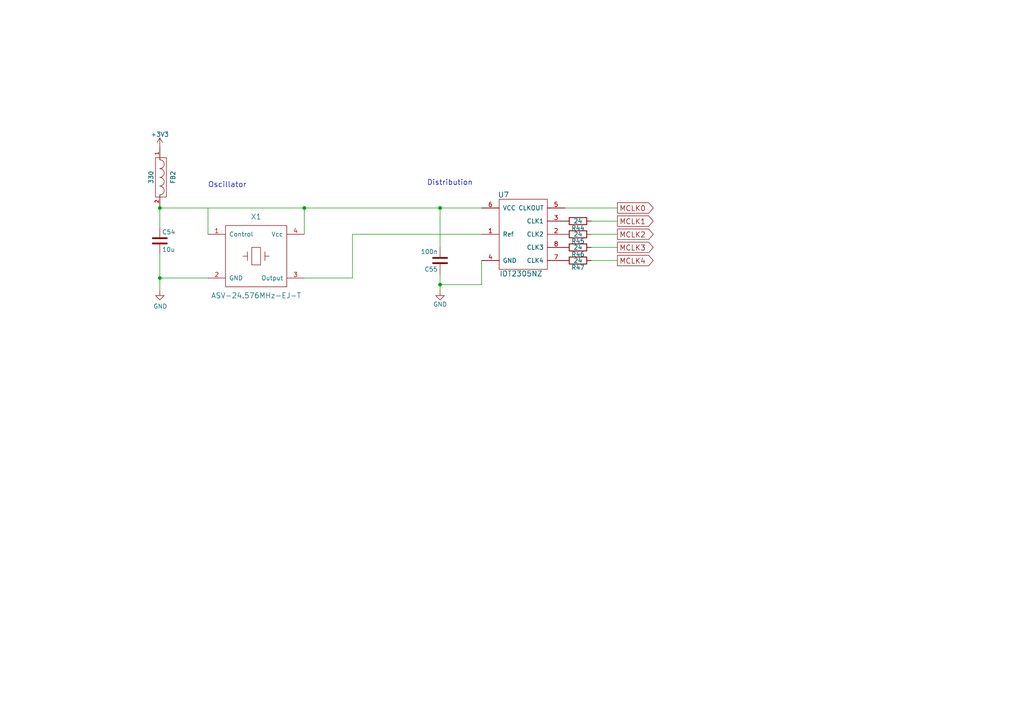
<source format=kicad_sch>
(kicad_sch (version 20211123) (generator eeschema)
  (paper "A4")
  (title_block (title "Clock ") (date "2017-06-16") (rev "1.1") (company "Christoph Schmidt") (comment 1 "Revision 1.1 - Michael Funk"))
  (lib_symbols
    (symbol "freeDSP_Classic_SMD-rescue:+3V3" (power) (pin_names (offset 0))
      (property "Value" "+3V3" (at 0 3.556 0))
      (symbol "+3V3_0_1"
        (polyline (pts (xy -0.762 1.27) (xy 0 2.54)))
        (polyline (pts (xy 0 0) (xy 0 2.54)))
        (polyline (pts (xy 0 2.54) (xy 0.762 1.27)))
      )
      (symbol "+3V3_1_1"
        (pin power_in line (at 0 0 90) (length 0) hide (name "+3V3") (number "1"))
      )
    )
    (symbol "freeDSP_Classic_SMD-rescue:C" (pin_numbers hide) (pin_names (offset 0.254))
      (property "Reference" "C" (at 0.635 2.54 0))
      (property "Value" "C" (at 0.635 -2.54 0))
      (symbol "C_0_1"
        (polyline (pts (xy -2.032 -0.762) (xy 2.032 -0.762)) (stroke (width 0.508)))
        (polyline (pts (xy -2.032 0.762) (xy 2.032 0.762)) (stroke (width 0.508)))
      )
      (symbol "C_1_1"
        (pin passive line (at 0 3.81 270) (length 2.794) (name "~") (number "1"))
        (pin passive line (at 0 -3.81 90) (length 2.794) (name "~") (number "2"))
      )
    )
    (symbol "freeDSP_Classic_SMD-rescue:Crystal_Oszillator" (pin_names (offset 1.016))
      (property "Reference" "X" (at 0 11.43 0))
      (property "Value" "Crystal_Oszillator" (at 0 -11.43 0))
      (symbol "Crystal_Oszillator_0_1"
        (rectangle (start -8.89 8.89) (end 8.89 -8.89))
        (rectangle (start -2.54 0) (end -3.81 0))
        (rectangle (start -2.54 1.27) (end -2.54 -1.27))
        (rectangle (start -1.27 2.54) (end 1.27 -2.54))
        (rectangle (start 2.54 0) (end 3.81 0))
        (rectangle (start 2.54 1.27) (end 2.54 -1.27))
      )
      (symbol "Crystal_Oszillator_1_1"
        (pin input line (at -13.97 6.35 0) (length 5.08) (name "Control") (number "1"))
        (pin input line (at -13.97 -6.35 0) (length 5.08) (name "GND") (number "2"))
        (pin output line (at 13.97 -6.35 180) (length 5.08) (name "Output") (number "3"))
        (pin input line (at 13.97 6.35 180) (length 5.08) (name "Vcc") (number "4"))
      )
    )
    (symbol "freeDSP_Classic_SMD-rescue:FILTER" (pin_names (offset 1.016) hide)
      (property "Reference" "FB" (at 0 3.81 0))
      (property "Value" "FILTER" (at 0 -2.54 0))
      (symbol "FILTER_0_1"
        (rectangle (start -5.715 1.905) (end 5.715 -1.27))
        (arc (start -2.54 0) (mid -3.81 1.27) (end -5.08 0))
        (arc (start 0 0) (mid -1.27 1.27) (end -2.54 0))
        (arc (start 0 0) (mid 0 0) (end 0 0))
        (arc (start 2.54 0) (mid 1.27 1.27) (end 0 0))
        (arc (start 5.08 0) (mid 3.81 1.27) (end 2.54 0))
      )
      (symbol "FILTER_1_1"
        (pin passive line (at -8.89 0 0) (length 3.81) (name "1") (number "1"))
        (pin passive line (at 8.89 0 180) (length 3.81) (name "2") (number "2"))
      )
    )
    (symbol "freeDSP_Classic_SMD-rescue:GND" (power) (pin_names (offset 0))
      (property "Value" "GND" (at 0 -3.81 0))
      (symbol "GND_0_1"
        (polyline (pts (xy 0 0) (xy 0 -1.27) (xy 1.27 -1.27) (xy 0 -2.54) (xy -1.27 -1.27) (xy 0 -1.27)))
      )
      (symbol "GND_1_1"
        (pin power_in line (at 0 0 270) (length 0) hide (name "GND") (number "1"))
      )
    )
    (symbol "freeDSP_Classic_SMD-rescue:IDT2305NZ" (pin_names (offset 1.016))
      (property "Reference" "U" (at -5.08 11.43 0))
      (property "Value" "IDT2305NZ" (at 0 -11.43 0))
      (symbol "IDT2305NZ_0_1"
        (rectangle (start -6.35 10.16) (end 7.62 -10.16))
      )
      (symbol "IDT2305NZ_1_1"
        (pin input line (at -11.43 0 0) (length 5.08) (name "Ref") (number "1"))
        (pin input line (at 12.7 0 180) (length 5.08) (name "CLK2") (number "2"))
        (pin input line (at 12.7 3.81 180) (length 5.08) (name "CLK1") (number "3"))
        (pin input line (at -11.43 -7.62 0) (length 5.08) (name "GND") (number "4"))
        (pin input line (at 12.7 7.62 180) (length 5.08) (name "CLKOUT") (number "5"))
        (pin input line (at -11.43 7.62 0) (length 5.08) (name "VCC") (number "6"))
        (pin input line (at 12.7 -7.62 180) (length 5.08) (name "CLK4") (number "7"))
        (pin input line (at 12.7 -3.81 180) (length 5.08) (name "CLK3") (number "8"))
      )
    )
    (symbol "freeDSP_Classic_SMD-rescue:R" (pin_numbers hide) (pin_names (offset 0))
      (property "Reference" "R" (at 2.032 0 90))
      (property "Value" "R" (at 0 0 90))
      (symbol "R_0_1"
        (rectangle (start -1.016 -2.54) (end 1.016 2.54) (stroke (width 0.254)))
      )
      (symbol "R_1_1"
        (pin passive line (at 0 3.81 270) (length 1.27) (name "~") (number "1"))
        (pin passive line (at 0 -3.81 90) (length 1.27) (name "~") (number "2"))
      )
    )
  )
  (junction (at 46.355 60.325))
  (junction (at 88.265 60.325))
  (junction (at 127.635 82.55))
  (junction (at 127.635 60.325))
  (junction (at 46.355 80.645))
  (wire (pts (xy 88.265 80.645) (xy 102.235 80.645)))
  (wire (pts (xy 46.355 60.325) (xy 88.265 60.325)))
  (wire (pts (xy 127.635 71.755) (xy 127.635 60.325)))
  (wire (pts (xy 127.635 60.325) (xy 139.7 60.325)))
  (wire (pts (xy 163.83 60.325) (xy 179.07 60.325)))
  (wire (pts (xy 139.7 82.55) (xy 139.7 75.565)))
  (wire (pts (xy 171.45 67.945) (xy 179.07 67.945)))
  (wire (pts (xy 88.265 60.325) (xy 88.265 67.945)))
  (wire (pts (xy 46.355 80.645) (xy 60.325 80.645)))
  (wire (pts (xy 127.635 79.375) (xy 127.635 82.55)))
  (wire (pts (xy 46.355 80.645) (xy 46.355 84.455)))
  (wire (pts (xy 46.355 60.325) (xy 46.355 66.04)))
  (wire (pts (xy 127.635 82.55) (xy 139.7 82.55)))
  (wire (pts (xy 127.635 82.55) (xy 127.635 84.455)))
  (wire (pts (xy 102.235 67.945) (xy 139.7 67.945)))
  (wire (pts (xy 46.355 73.66) (xy 46.355 80.645)))
  (wire (pts (xy 88.265 60.325) (xy 127.635 60.325)))
  (wire (pts (xy 171.45 75.565) (xy 179.07 75.565)))
  (wire (pts (xy 171.45 64.135) (xy 179.07 64.135)))
  (wire (pts (xy 102.235 80.645) (xy 102.235 67.945)))
  (wire (pts (xy 171.45 71.755) (xy 179.07 71.755)))
  (wire (pts (xy 60.325 67.945) (xy 60.325 60.325)))
  (text "Oscillator\n" (at 60.325 54.61 0) (effects (font (size 1.524 1.524)) (justify left bottom)))
  (text "Distribution\n" (at 137.16 53.975 180) (effects (font (size 1.524 1.524)) (justify right bottom)))
  (global_label "MCLK1" (shape output) (at 179.07 64.135 0) (effects (font (size 1.524 1.524))) (property "Intersheet References" "${INTERSHEET_REFS}" (effects hide)))
  (global_label "MCLK0" (shape output) (at 179.07 60.325 0) (effects (font (size 1.524 1.524))) (property "Intersheet References" "${INTERSHEET_REFS}" (effects hide)))
  (global_label "MCLK4" (shape output) (at 179.07 75.565 0) (effects (font (size 1.524 1.524))) (property "Intersheet References" "${INTERSHEET_REFS}" (effects hide)))
  (global_label "MCLK2" (shape output) (at 179.07 67.945 0) (effects (font (size 1.524 1.524))) (property "Intersheet References" "${INTERSHEET_REFS}" (effects hide)))
  (global_label "MCLK3" (shape output) (at 179.07 71.755 0) (effects (font (size 1.524 1.524))) (property "Intersheet References" "${INTERSHEET_REFS}" (effects hide)))
  (symbol (lib_id "freeDSP_Classic_SMD-rescue:GND") (at 46.355 84.455 0) (unit 1)
    (property "Reference" "#PWR096" (effects hide))
    (property "Value" "GND" (at 46.482 88.8492 0))
  )
  (symbol (lib_id "freeDSP_Classic_SMD-rescue:C") (at 46.355 69.85 0) (unit 1)
    (property "Reference" "C54" (at 46.99 67.31 0) (effects (justify left)))
    (property "Value" "10u" (at 46.99 72.39 0) (effects (justify left)))
    (property "Footprint" "fdsp_capacitor:C_1206_HandSoldering" (effects hide))
  )
  (symbol (lib_id "freeDSP_Classic_SMD-rescue:C") (at 127.635 75.565 180) (unit 1)
    (property "Reference" "C55" (at 127 78.105 0) (effects (justify left)))
    (property "Value" "100n" (at 127 73.025 0) (effects (justify left)))
    (property "Footprint" "fdsp_capacitor:C_1206_HandSoldering" (effects hide))
  )
  (symbol (lib_id "freeDSP_Classic_SMD-rescue:GND") (at 127.635 84.455 0) (unit 1)
    (property "Reference" "#PWR097" (effects hide))
    (property "Value" "GND" (at 127.635 88.265 0))
  )
  (symbol (lib_id "freeDSP_Classic_SMD-rescue:R") (at 167.64 67.945 270) (unit 1)
    (property "Reference" "R45" (at 167.64 69.977 90))
    (property "Value" "24" (at 167.64 67.945 90))
    (property "Footprint" "fdsp_resistor:R_1206_HandSoldering" (effects hide))
  )
  (symbol (lib_id "freeDSP_Classic_SMD-rescue:R") (at 167.64 64.135 270) (unit 1)
    (property "Reference" "R44" (at 167.64 66.167 90))
    (property "Value" "24" (at 167.64 64.135 90))
    (property "Footprint" "fdsp_resistor:R_1206_HandSoldering" (effects hide))
  )
  (symbol (lib_id "freeDSP_Classic_SMD-rescue:R") (at 167.64 71.755 270) (unit 1)
    (property "Reference" "R46" (at 167.64 73.787 90))
    (property "Value" "24" (at 167.64 71.755 90))
    (property "Footprint" "fdsp_resistor:R_1206_HandSoldering" (effects hide))
  )
  (symbol (lib_id "freeDSP_Classic_SMD-rescue:R") (at 167.64 75.565 270) (unit 1)
    (property "Reference" "R47" (at 167.64 77.597 90))
    (property "Value" "24" (at 167.64 75.565 90))
    (property "Footprint" "fdsp_resistor:R_1206_HandSoldering" (effects hide))
  )
  (symbol (lib_id "freeDSP_Classic_SMD-rescue:FILTER") (at 46.355 51.435 270) (unit 1)
    (property "Reference" "FB2" (at 50.165 51.435 0))
    (property "Value" "330" (at 43.815 51.435 0))
    (property "Footprint" "fdsp_capacitor:C_0805_HandSoldering" (effects hide))
    (property "Datasheet" "http://www.mouser.com/ds/2/281/c31e-794748.pdf" (effects hide))
  )
  (symbol (lib_id "freeDSP_Classic_SMD-rescue:IDT2305NZ") (at 151.13 67.945 0) (unit 1)
    (property "Reference" "U7" (at 146.05 56.515 0) (effects (font (size 1.524 1.524))))
    (property "Value" "IDT2305NZ" (at 151.13 79.375 0) (effects (font (size 1.524 1.524))))
    (property "Footprint" "fdsp_housing_new:SOIC-8_3.9x4.9mm_Pitch1.27mm" (effects hide))
  )
  (symbol (lib_id "freeDSP_Classic_SMD-rescue:Crystal_Oszillator") (at 74.295 74.295 0) (unit 1)
    (property "Reference" "X1" (at 74.295 62.865 0) (effects (font (size 1.524 1.524))))
    (property "Value" "ASV-24.576MHz-EJ-T" (at 74.295 85.725 0) (effects (font (size 1.524 1.524))))
    (property "Footprint" "fdsp_crystal-oscillator_new:Oscillator_SMD_Abracon_ASV-4pin_7.0x5.1mm_HandSoldering" (effects hide))
  )
  (symbol (lib_id "freeDSP_Classic_SMD-rescue:+3V3") (at 46.355 42.545 0) (unit 1)
    (property "Reference" "#PWR098" (effects hide))
    (property "Value" "+3V3" (at 46.355 38.989 0))
  )
)
</source>
